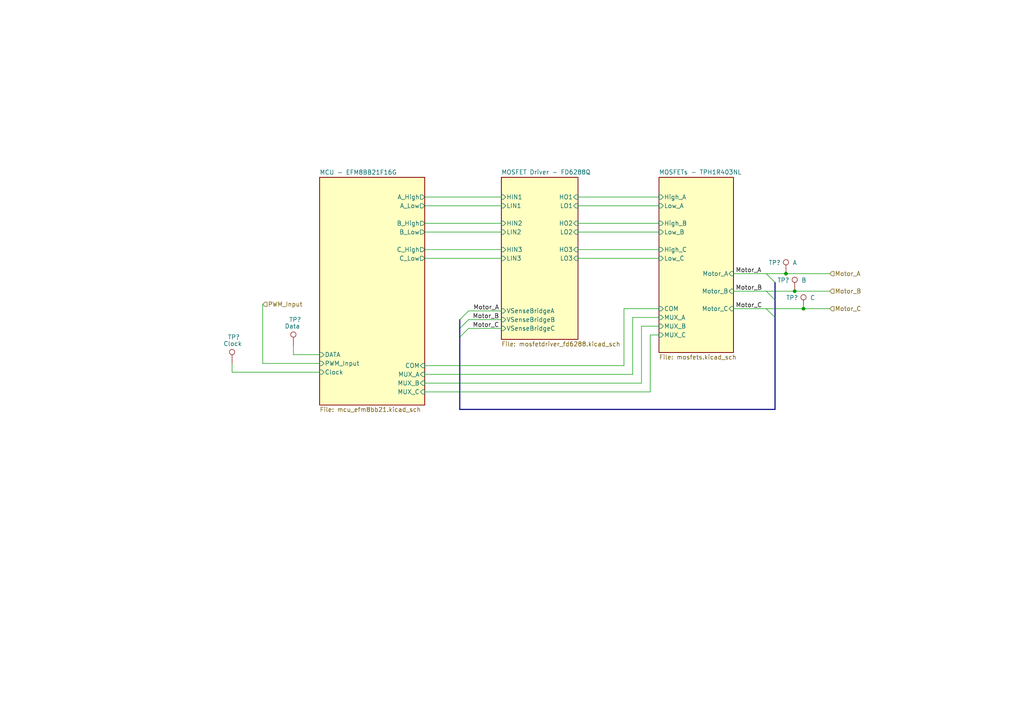
<source format=kicad_sch>
(kicad_sch (version 20211123) (generator eeschema)
  (paper "A4")
  (lib_symbols
    (symbol "Connector:TestPoint" (pin_numbers hide) (pin_names (offset 0.762) hide)
      (property "Reference" "TP" (at 0 6.858 0))
      (property "Value" "TestPoint" (at 0 5.08 0))
      (symbol "TestPoint_0_1"
        (circle (center 0 3.302) (radius 0.762))
      )
      (symbol "TestPoint_1_1"
        (pin passive line (at 0 0 90) (length 2.54) (name "1") (number "1"))
      )
    )
  )
  (junction (at 227.965 79.375))
  (junction (at 230.505 84.455))
  (junction (at 233.045 89.535))
  (bus_entry (at 222.25 84.455) (size 2.54 2.54))
  (bus_entry (at 135.89 95.25) (size -2.54 2.54))
  (bus_entry (at 222.25 79.375) (size 2.54 2.54))
  (bus_entry (at 222.25 89.535) (size 2.54 2.54))
  (bus_entry (at 135.89 92.71) (size -2.54 2.54))
  (bus_entry (at 135.89 90.17) (size -2.54 2.54))
  (wire (pts (xy 230.505 84.455) (xy 240.665 84.455)))
  (wire (pts (xy 123.19 74.93) (xy 145.415 74.93)))
  (wire (pts (xy 180.975 89.535) (xy 180.975 106.045)))
  (wire (pts (xy 191.135 92.075) (xy 183.515 92.075)))
  (wire (pts (xy 123.19 67.31) (xy 145.415 67.31)))
  (wire (pts (xy 186.055 94.615) (xy 191.135 94.615)))
  (wire (pts (xy 123.19 59.69) (xy 145.415 59.69)))
  (wire (pts (xy 167.64 74.93) (xy 191.135 74.93)))
  (wire (pts (xy 167.64 72.39) (xy 191.135 72.39)))
  (wire (pts (xy 222.25 89.535) (xy 233.045 89.535)))
  (wire (pts (xy 222.25 84.455) (xy 230.505 84.455)))
  (bus (pts (xy 133.35 95.25) (xy 133.35 97.79)))
  (wire (pts (xy 222.25 79.375) (xy 227.965 79.375)))
  (wire (pts (xy 233.045 89.535) (xy 240.665 89.535)))
  (bus (pts (xy 133.35 92.71) (xy 133.35 95.25)))
  (wire (pts (xy 240.665 79.375) (xy 227.965 79.375)))
  (bus (pts (xy 224.79 81.915) (xy 224.79 86.995)))
  (wire (pts (xy 212.725 89.535) (xy 222.25 89.535)))
  (wire (pts (xy 145.415 92.71) (xy 135.89 92.71)))
  (wire (pts (xy 186.055 111.125) (xy 186.055 94.615)))
  (wire (pts (xy 123.19 64.77) (xy 145.415 64.77)))
  (wire (pts (xy 145.415 90.17) (xy 135.89 90.17)))
  (wire (pts (xy 85.09 102.87) (xy 85.09 100.33)))
  (wire (pts (xy 123.19 72.39) (xy 145.415 72.39)))
  (wire (pts (xy 167.64 67.31) (xy 191.135 67.31)))
  (wire (pts (xy 92.71 107.95) (xy 67.31 107.95)))
  (wire (pts (xy 123.19 111.125) (xy 186.055 111.125)))
  (wire (pts (xy 92.71 105.41) (xy 76.2 105.41)))
  (wire (pts (xy 67.31 107.95) (xy 67.31 105.41)))
  (wire (pts (xy 191.135 97.155) (xy 188.595 97.155)))
  (wire (pts (xy 167.64 59.69) (xy 191.135 59.69)))
  (wire (pts (xy 76.2 88.265) (xy 76.2 105.41)))
  (bus (pts (xy 224.79 118.745) (xy 133.35 118.745)))
  (wire (pts (xy 183.515 108.585) (xy 123.19 108.585)))
  (bus (pts (xy 133.35 97.79) (xy 133.35 118.745)))
  (wire (pts (xy 188.595 113.665) (xy 123.19 113.665)))
  (wire (pts (xy 212.725 79.375) (xy 222.25 79.375)))
  (wire (pts (xy 188.595 97.155) (xy 188.595 113.665)))
  (wire (pts (xy 167.64 64.77) (xy 191.135 64.77)))
  (wire (pts (xy 191.135 89.535) (xy 180.975 89.535)))
  (wire (pts (xy 145.415 95.25) (xy 135.89 95.25)))
  (wire (pts (xy 123.19 57.15) (xy 145.415 57.15)))
  (bus (pts (xy 224.79 86.995) (xy 224.79 92.075)))
  (wire (pts (xy 180.975 106.045) (xy 123.19 106.045)))
  (wire (pts (xy 167.64 57.15) (xy 191.135 57.15)))
  (wire (pts (xy 183.515 92.075) (xy 183.515 108.585)))
  (bus (pts (xy 224.79 92.075) (xy 224.79 118.745)))
  (wire (pts (xy 212.725 84.455) (xy 222.25 84.455)))
  (wire (pts (xy 92.71 102.87) (xy 85.09 102.87)))
  (label "Motor_C" (at 213.36 89.535 0))
  (label "Motor_B" (at 144.78 92.71 180))
  (label "Motor_A" (at 213.36 79.375 0))
  (label "Motor_C" (at 144.78 95.25 180))
  (label "Motor_A" (at 144.78 90.17 180))
  (label "Motor_B" (at 213.36 84.455 0))
  (hierarchical_label "Motor_B" (shape input) (at 240.665 84.455 0))
  (hierarchical_label "PWM_Input" (shape input) (at 76.2 88.265 0))
  (hierarchical_label "Motor_A" (shape input) (at 240.665 79.375 0))
  (hierarchical_label "Motor_C" (shape input) (at 240.665 89.535 0))
  (symbol (lib_id "Connector:TestPoint") (at 227.965 79.375 0) (mirror y)
    (property "Reference" "TP?" (at 222.885 76.2 0) (effects (justify right)))
    (property "Value" "A" (at 229.87 76.2 0) (effects (justify right)))
    (property "Footprint" "TestPoint:TestPoint_Pad_D1.0mm" (effects hide))
  )
  (symbol (lib_id "Connector:TestPoint") (at 230.505 84.455 0) (mirror y)
    (property "Reference" "TP?" (at 225.425 81.28 0) (effects (justify right)))
    (property "Value" "B" (at 232.41 81.28 0) (effects (justify right)))
    (property "Footprint" "TestPoint:TestPoint_Pad_D1.0mm" (effects hide))
  )
  (symbol (lib_id "Connector:TestPoint") (at 85.09 100.33 0) (mirror y)
    (property "Reference" "TP?" (at 83.82 92.71 0) (effects (justify right)))
    (property "Value" "Data" (at 82.55 94.615 0) (effects (justify right)))
    (property "Footprint" "TestPoint:TestPoint_Pad_D1.0mm" (effects hide))
  )
  (symbol (lib_id "Connector:TestPoint") (at 67.31 105.41 0)
    (property "Reference" "TP?" (at 66.04 97.79 0) (effects (justify left)))
    (property "Value" "Clock" (at 64.77 99.695 0) (effects (justify left)))
    (property "Footprint" "TestPoint:TestPoint_Pad_D1.0mm" (effects hide))
  )
  (symbol (lib_id "Connector:TestPoint") (at 233.045 89.535 0) (mirror y)
    (property "Reference" "TP?" (at 227.965 86.36 0) (effects (justify right)))
    (property "Value" "C" (at 234.95 86.36 0) (effects (justify right)))
    (property "Footprint" "TestPoint:TestPoint_Pad_D1.0mm" (effects hide))
  )
  (sheet (at 191.135 51.435) (size 21.59 50.8) (stroke (width 0.25)) (fill (color 255 255 194 1.0000))
    (property "Sheet name" "MOSFETs - TPH1R403NL" (at 191.135 50.6746 0) (effects (justify left bottom)))
    (property "Sheet file" "mosfets.kicad_sch" (at 191.135 102.8684 0) (effects (justify left top)))
    (pin "MUX_A" input (at 191.135 92.075 180))
    (pin "COM" input (at 191.135 89.535 180))
    (pin "Motor_B" input (at 212.725 84.455 0))
    (pin "Motor_A" input (at 212.725 79.375 0))
    (pin "MUX_B" input (at 191.135 94.615 180))
    (pin "Motor_C" input (at 212.725 89.535 0))
    (pin "MUX_C" input (at 191.135 97.155 180))
    (pin "High_B" input (at 191.135 64.77 180))
    (pin "Low_B" input (at 191.135 67.31 180))
    (pin "High_A" input (at 191.135 57.15 180))
    (pin "Low_A" input (at 191.135 59.69 180))
    (pin "High_C" input (at 191.135 72.39 180))
    (pin "Low_C" input (at 191.135 74.93 180))
  )
  (sheet (at 145.415 51.435) (size 22.225 46.99) (stroke (width 0.25)) (fill (color 255 255 194 1.0000))
    (property "Sheet name" "MOSFET Driver - FD6288Q" (at 145.415 50.6746 0) (effects (justify left bottom)))
    (property "Sheet file" "mosfetdriver_fd6288.kicad_sch" (at 145.415 99.0584 0) (effects (justify left top)))
    (pin "VSenseBridgeA" input (at 145.415 90.17 180))
    (pin "VSenseBridgeC" input (at 145.415 95.25 180))
    (pin "VSenseBridgeB" input (at 145.415 92.71 180))
    (pin "LO3" input (at 167.64 74.93 0))
    (pin "LO2" input (at 167.64 67.31 0))
    (pin "HO3" input (at 167.64 72.39 0))
    (pin "HO2" input (at 167.64 64.77 0))
    (pin "LO1" input (at 167.64 59.69 0))
    (pin "HO1" input (at 167.64 57.15 0))
    (pin "LIN2" input (at 145.415 67.31 180))
    (pin "HIN2" input (at 145.415 64.77 180))
    (pin "HIN3" input (at 145.415 72.39 180))
    (pin "LIN3" input (at 145.415 74.93 180))
    (pin "LIN1" input (at 145.415 59.69 180))
    (pin "HIN1" input (at 145.415 57.15 180))
  )
  (sheet (at 92.71 51.435) (size 30.48 66.04) (stroke (width 0.25)) (fill (color 255 255 194 1.0000))
    (property "Sheet name" "MCU - EFM8BB21F16G" (at 92.71 50.7234 0) (effects (justify left bottom)))
    (property "Sheet file" "mcu_efm8bb21.kicad_sch" (at 92.71 118.0596 0) (effects (justify left top)))
    (pin "C_High" output (at 123.19 72.39 0))
    (pin "DATA" input (at 92.71 102.87 180))
    (pin "C_Low" output (at 123.19 74.93 0))
    (pin "B_High" output (at 123.19 64.77 0))
    (pin "B_Low" output (at 123.19 67.31 0))
    (pin "A_Low" output (at 123.19 59.69 0))
    (pin "A_High" output (at 123.19 57.15 0))
    (pin "MUX_B" input (at 123.19 111.125 0))
    (pin "MUX_C" input (at 123.19 113.665 0))
    (pin "MUX_A" input (at 123.19 108.585 0))
    (pin "PWM_Input" input (at 92.71 105.41 180))
    (pin "Clock" input (at 92.71 107.95 180))
    (pin "COM" input (at 123.19 106.045 0))
  )
)
</source>
